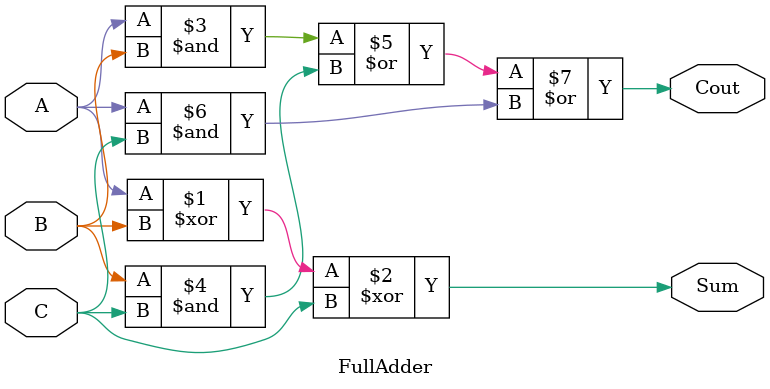
<source format=v>
`timescale 1ns / 1ps
module FullAdder(
    input A,
    input B,
    input C,
    output Sum,
    output Cout
    );

    assign Sum = A ^ B ^ C;
	 assign Cout = (A & B) | (B & C) | (A & C);

endmodule

</source>
